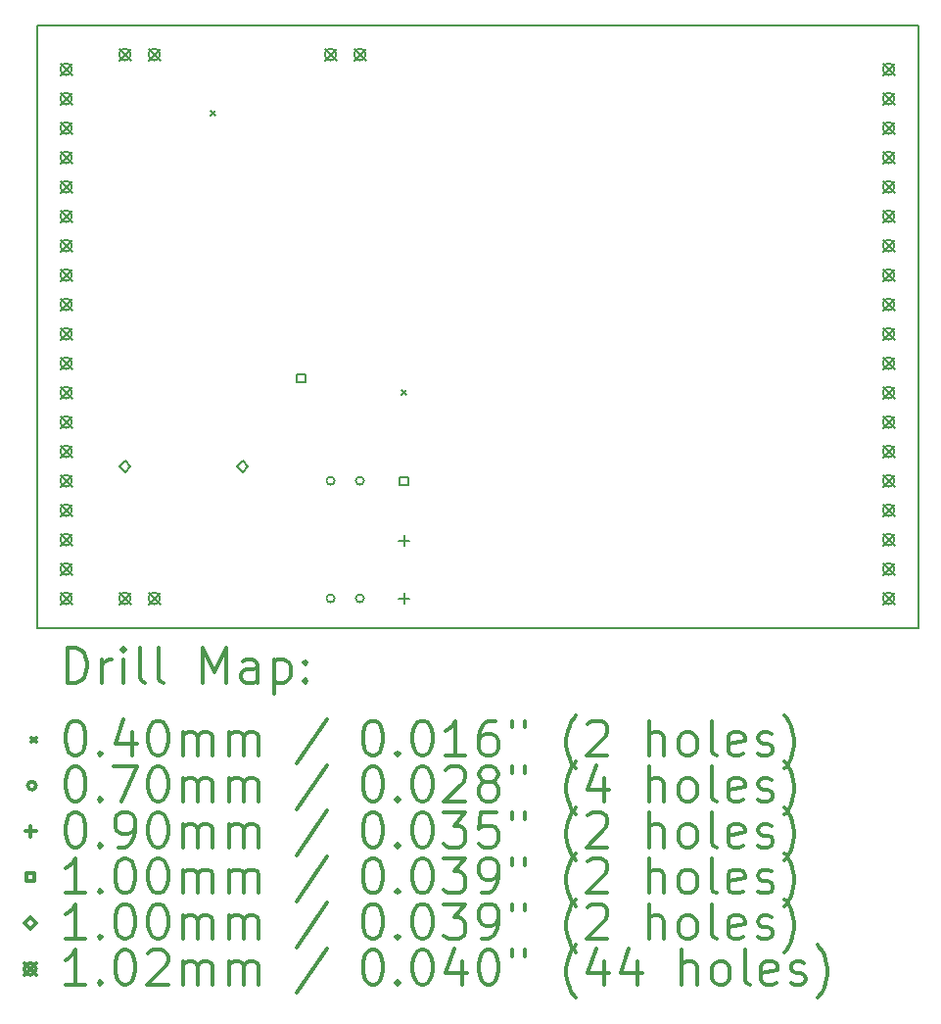
<source format=gbr>
%FSLAX45Y45*%
G04 Gerber Fmt 4.5, Leading zero omitted, Abs format (unit mm)*
G04 Created by KiCad (PCBNEW 4.0.3+e1-6302~38~ubuntu16.04.1-stable) date Thu Aug 25 12:40:16 2016*
%MOMM*%
%LPD*%
G01*
G04 APERTURE LIST*
%ADD10C,0.127000*%
%ADD11C,0.150000*%
%ADD12C,0.200000*%
%ADD13C,0.300000*%
G04 APERTURE END LIST*
D10*
D11*
X14732000Y-7493000D02*
X7112000Y-7493000D01*
X14732000Y-12700000D02*
X14732000Y-7493000D01*
X7112000Y-12700000D02*
X14732000Y-12700000D01*
X7112000Y-7493000D02*
X7112000Y-12700000D01*
D12*
X8616000Y-8235000D02*
X8656000Y-8275000D01*
X8656000Y-8235000D02*
X8616000Y-8275000D01*
X10267000Y-10648000D02*
X10307000Y-10688000D01*
X10307000Y-10648000D02*
X10267000Y-10688000D01*
X9687306Y-11430052D02*
G75*
G03X9687306Y-11430052I-35052J0D01*
G01*
X9687306Y-12446052D02*
G75*
G03X9687306Y-12446052I-35052J0D01*
G01*
X9940798Y-11429948D02*
G75*
G03X9940798Y-11429948I-35052J0D01*
G01*
X9940798Y-12445948D02*
G75*
G03X9940798Y-12445948I-35052J0D01*
G01*
X10287000Y-11901000D02*
X10287000Y-11991000D01*
X10242000Y-11946000D02*
X10332000Y-11946000D01*
X10287000Y-12401000D02*
X10287000Y-12491000D01*
X10242000Y-12446000D02*
X10332000Y-12446000D01*
X9433356Y-10576356D02*
X9433356Y-10505644D01*
X9362644Y-10505644D01*
X9362644Y-10576356D01*
X9433356Y-10576356D01*
X10322356Y-11465356D02*
X10322356Y-11394644D01*
X10251644Y-11394644D01*
X10251644Y-11465356D01*
X10322356Y-11465356D01*
X7874000Y-11353038D02*
X7924038Y-11303000D01*
X7874000Y-11252962D01*
X7823962Y-11303000D01*
X7874000Y-11353038D01*
X8890000Y-11353038D02*
X8940038Y-11303000D01*
X8890000Y-11252962D01*
X8839962Y-11303000D01*
X8890000Y-11353038D01*
X7315200Y-7823200D02*
X7416800Y-7924800D01*
X7416800Y-7823200D02*
X7315200Y-7924800D01*
X7416800Y-7874000D02*
G75*
G03X7416800Y-7874000I-50800J0D01*
G01*
X7315200Y-8077200D02*
X7416800Y-8178800D01*
X7416800Y-8077200D02*
X7315200Y-8178800D01*
X7416800Y-8128000D02*
G75*
G03X7416800Y-8128000I-50800J0D01*
G01*
X7315200Y-8331200D02*
X7416800Y-8432800D01*
X7416800Y-8331200D02*
X7315200Y-8432800D01*
X7416800Y-8382000D02*
G75*
G03X7416800Y-8382000I-50800J0D01*
G01*
X7315200Y-8585200D02*
X7416800Y-8686800D01*
X7416800Y-8585200D02*
X7315200Y-8686800D01*
X7416800Y-8636000D02*
G75*
G03X7416800Y-8636000I-50800J0D01*
G01*
X7315200Y-8839200D02*
X7416800Y-8940800D01*
X7416800Y-8839200D02*
X7315200Y-8940800D01*
X7416800Y-8890000D02*
G75*
G03X7416800Y-8890000I-50800J0D01*
G01*
X7315200Y-9093200D02*
X7416800Y-9194800D01*
X7416800Y-9093200D02*
X7315200Y-9194800D01*
X7416800Y-9144000D02*
G75*
G03X7416800Y-9144000I-50800J0D01*
G01*
X7315200Y-9347200D02*
X7416800Y-9448800D01*
X7416800Y-9347200D02*
X7315200Y-9448800D01*
X7416800Y-9398000D02*
G75*
G03X7416800Y-9398000I-50800J0D01*
G01*
X7315200Y-9601200D02*
X7416800Y-9702800D01*
X7416800Y-9601200D02*
X7315200Y-9702800D01*
X7416800Y-9652000D02*
G75*
G03X7416800Y-9652000I-50800J0D01*
G01*
X7315200Y-9855200D02*
X7416800Y-9956800D01*
X7416800Y-9855200D02*
X7315200Y-9956800D01*
X7416800Y-9906000D02*
G75*
G03X7416800Y-9906000I-50800J0D01*
G01*
X7315200Y-10109200D02*
X7416800Y-10210800D01*
X7416800Y-10109200D02*
X7315200Y-10210800D01*
X7416800Y-10160000D02*
G75*
G03X7416800Y-10160000I-50800J0D01*
G01*
X7315200Y-10363200D02*
X7416800Y-10464800D01*
X7416800Y-10363200D02*
X7315200Y-10464800D01*
X7416800Y-10414000D02*
G75*
G03X7416800Y-10414000I-50800J0D01*
G01*
X7315200Y-10617200D02*
X7416800Y-10718800D01*
X7416800Y-10617200D02*
X7315200Y-10718800D01*
X7416800Y-10668000D02*
G75*
G03X7416800Y-10668000I-50800J0D01*
G01*
X7315200Y-10871200D02*
X7416800Y-10972800D01*
X7416800Y-10871200D02*
X7315200Y-10972800D01*
X7416800Y-10922000D02*
G75*
G03X7416800Y-10922000I-50800J0D01*
G01*
X7315200Y-11125200D02*
X7416800Y-11226800D01*
X7416800Y-11125200D02*
X7315200Y-11226800D01*
X7416800Y-11176000D02*
G75*
G03X7416800Y-11176000I-50800J0D01*
G01*
X7315200Y-11379200D02*
X7416800Y-11480800D01*
X7416800Y-11379200D02*
X7315200Y-11480800D01*
X7416800Y-11430000D02*
G75*
G03X7416800Y-11430000I-50800J0D01*
G01*
X7315200Y-11633200D02*
X7416800Y-11734800D01*
X7416800Y-11633200D02*
X7315200Y-11734800D01*
X7416800Y-11684000D02*
G75*
G03X7416800Y-11684000I-50800J0D01*
G01*
X7315200Y-11887200D02*
X7416800Y-11988800D01*
X7416800Y-11887200D02*
X7315200Y-11988800D01*
X7416800Y-11938000D02*
G75*
G03X7416800Y-11938000I-50800J0D01*
G01*
X7315200Y-12141200D02*
X7416800Y-12242800D01*
X7416800Y-12141200D02*
X7315200Y-12242800D01*
X7416800Y-12192000D02*
G75*
G03X7416800Y-12192000I-50800J0D01*
G01*
X7315200Y-12395200D02*
X7416800Y-12496800D01*
X7416800Y-12395200D02*
X7315200Y-12496800D01*
X7416800Y-12446000D02*
G75*
G03X7416800Y-12446000I-50800J0D01*
G01*
X7823200Y-7696200D02*
X7924800Y-7797800D01*
X7924800Y-7696200D02*
X7823200Y-7797800D01*
X7924800Y-7747000D02*
G75*
G03X7924800Y-7747000I-50800J0D01*
G01*
X7823200Y-12395200D02*
X7924800Y-12496800D01*
X7924800Y-12395200D02*
X7823200Y-12496800D01*
X7924800Y-12446000D02*
G75*
G03X7924800Y-12446000I-50800J0D01*
G01*
X8077200Y-7696200D02*
X8178800Y-7797800D01*
X8178800Y-7696200D02*
X8077200Y-7797800D01*
X8178800Y-7747000D02*
G75*
G03X8178800Y-7747000I-50800J0D01*
G01*
X8077200Y-12395200D02*
X8178800Y-12496800D01*
X8178800Y-12395200D02*
X8077200Y-12496800D01*
X8178800Y-12446000D02*
G75*
G03X8178800Y-12446000I-50800J0D01*
G01*
X9601200Y-7696200D02*
X9702800Y-7797800D01*
X9702800Y-7696200D02*
X9601200Y-7797800D01*
X9702800Y-7747000D02*
G75*
G03X9702800Y-7747000I-50800J0D01*
G01*
X9855200Y-7696200D02*
X9956800Y-7797800D01*
X9956800Y-7696200D02*
X9855200Y-7797800D01*
X9956800Y-7747000D02*
G75*
G03X9956800Y-7747000I-50800J0D01*
G01*
X14427200Y-7823200D02*
X14528800Y-7924800D01*
X14528800Y-7823200D02*
X14427200Y-7924800D01*
X14528800Y-7874000D02*
G75*
G03X14528800Y-7874000I-50800J0D01*
G01*
X14427200Y-8077200D02*
X14528800Y-8178800D01*
X14528800Y-8077200D02*
X14427200Y-8178800D01*
X14528800Y-8128000D02*
G75*
G03X14528800Y-8128000I-50800J0D01*
G01*
X14427200Y-8331200D02*
X14528800Y-8432800D01*
X14528800Y-8331200D02*
X14427200Y-8432800D01*
X14528800Y-8382000D02*
G75*
G03X14528800Y-8382000I-50800J0D01*
G01*
X14427200Y-8585200D02*
X14528800Y-8686800D01*
X14528800Y-8585200D02*
X14427200Y-8686800D01*
X14528800Y-8636000D02*
G75*
G03X14528800Y-8636000I-50800J0D01*
G01*
X14427200Y-8839200D02*
X14528800Y-8940800D01*
X14528800Y-8839200D02*
X14427200Y-8940800D01*
X14528800Y-8890000D02*
G75*
G03X14528800Y-8890000I-50800J0D01*
G01*
X14427200Y-9093200D02*
X14528800Y-9194800D01*
X14528800Y-9093200D02*
X14427200Y-9194800D01*
X14528800Y-9144000D02*
G75*
G03X14528800Y-9144000I-50800J0D01*
G01*
X14427200Y-9347200D02*
X14528800Y-9448800D01*
X14528800Y-9347200D02*
X14427200Y-9448800D01*
X14528800Y-9398000D02*
G75*
G03X14528800Y-9398000I-50800J0D01*
G01*
X14427200Y-9601200D02*
X14528800Y-9702800D01*
X14528800Y-9601200D02*
X14427200Y-9702800D01*
X14528800Y-9652000D02*
G75*
G03X14528800Y-9652000I-50800J0D01*
G01*
X14427200Y-9855200D02*
X14528800Y-9956800D01*
X14528800Y-9855200D02*
X14427200Y-9956800D01*
X14528800Y-9906000D02*
G75*
G03X14528800Y-9906000I-50800J0D01*
G01*
X14427200Y-10109200D02*
X14528800Y-10210800D01*
X14528800Y-10109200D02*
X14427200Y-10210800D01*
X14528800Y-10160000D02*
G75*
G03X14528800Y-10160000I-50800J0D01*
G01*
X14427200Y-10363200D02*
X14528800Y-10464800D01*
X14528800Y-10363200D02*
X14427200Y-10464800D01*
X14528800Y-10414000D02*
G75*
G03X14528800Y-10414000I-50800J0D01*
G01*
X14427200Y-10617200D02*
X14528800Y-10718800D01*
X14528800Y-10617200D02*
X14427200Y-10718800D01*
X14528800Y-10668000D02*
G75*
G03X14528800Y-10668000I-50800J0D01*
G01*
X14427200Y-10871200D02*
X14528800Y-10972800D01*
X14528800Y-10871200D02*
X14427200Y-10972800D01*
X14528800Y-10922000D02*
G75*
G03X14528800Y-10922000I-50800J0D01*
G01*
X14427200Y-11125200D02*
X14528800Y-11226800D01*
X14528800Y-11125200D02*
X14427200Y-11226800D01*
X14528800Y-11176000D02*
G75*
G03X14528800Y-11176000I-50800J0D01*
G01*
X14427200Y-11379200D02*
X14528800Y-11480800D01*
X14528800Y-11379200D02*
X14427200Y-11480800D01*
X14528800Y-11430000D02*
G75*
G03X14528800Y-11430000I-50800J0D01*
G01*
X14427200Y-11633200D02*
X14528800Y-11734800D01*
X14528800Y-11633200D02*
X14427200Y-11734800D01*
X14528800Y-11684000D02*
G75*
G03X14528800Y-11684000I-50800J0D01*
G01*
X14427200Y-11887200D02*
X14528800Y-11988800D01*
X14528800Y-11887200D02*
X14427200Y-11988800D01*
X14528800Y-11938000D02*
G75*
G03X14528800Y-11938000I-50800J0D01*
G01*
X14427200Y-12141200D02*
X14528800Y-12242800D01*
X14528800Y-12141200D02*
X14427200Y-12242800D01*
X14528800Y-12192000D02*
G75*
G03X14528800Y-12192000I-50800J0D01*
G01*
X14427200Y-12395200D02*
X14528800Y-12496800D01*
X14528800Y-12395200D02*
X14427200Y-12496800D01*
X14528800Y-12446000D02*
G75*
G03X14528800Y-12446000I-50800J0D01*
G01*
D13*
X7375928Y-13173214D02*
X7375928Y-12873214D01*
X7447357Y-12873214D01*
X7490214Y-12887500D01*
X7518786Y-12916071D01*
X7533071Y-12944643D01*
X7547357Y-13001786D01*
X7547357Y-13044643D01*
X7533071Y-13101786D01*
X7518786Y-13130357D01*
X7490214Y-13158929D01*
X7447357Y-13173214D01*
X7375928Y-13173214D01*
X7675928Y-13173214D02*
X7675928Y-12973214D01*
X7675928Y-13030357D02*
X7690214Y-13001786D01*
X7704500Y-12987500D01*
X7733071Y-12973214D01*
X7761643Y-12973214D01*
X7861643Y-13173214D02*
X7861643Y-12973214D01*
X7861643Y-12873214D02*
X7847357Y-12887500D01*
X7861643Y-12901786D01*
X7875928Y-12887500D01*
X7861643Y-12873214D01*
X7861643Y-12901786D01*
X8047357Y-13173214D02*
X8018786Y-13158929D01*
X8004500Y-13130357D01*
X8004500Y-12873214D01*
X8204500Y-13173214D02*
X8175928Y-13158929D01*
X8161643Y-13130357D01*
X8161643Y-12873214D01*
X8547357Y-13173214D02*
X8547357Y-12873214D01*
X8647357Y-13087500D01*
X8747357Y-12873214D01*
X8747357Y-13173214D01*
X9018786Y-13173214D02*
X9018786Y-13016071D01*
X9004500Y-12987500D01*
X8975929Y-12973214D01*
X8918786Y-12973214D01*
X8890214Y-12987500D01*
X9018786Y-13158929D02*
X8990214Y-13173214D01*
X8918786Y-13173214D01*
X8890214Y-13158929D01*
X8875929Y-13130357D01*
X8875929Y-13101786D01*
X8890214Y-13073214D01*
X8918786Y-13058929D01*
X8990214Y-13058929D01*
X9018786Y-13044643D01*
X9161643Y-12973214D02*
X9161643Y-13273214D01*
X9161643Y-12987500D02*
X9190214Y-12973214D01*
X9247357Y-12973214D01*
X9275929Y-12987500D01*
X9290214Y-13001786D01*
X9304500Y-13030357D01*
X9304500Y-13116071D01*
X9290214Y-13144643D01*
X9275929Y-13158929D01*
X9247357Y-13173214D01*
X9190214Y-13173214D01*
X9161643Y-13158929D01*
X9433071Y-13144643D02*
X9447357Y-13158929D01*
X9433071Y-13173214D01*
X9418786Y-13158929D01*
X9433071Y-13144643D01*
X9433071Y-13173214D01*
X9433071Y-12987500D02*
X9447357Y-13001786D01*
X9433071Y-13016071D01*
X9418786Y-13001786D01*
X9433071Y-12987500D01*
X9433071Y-13016071D01*
X7064500Y-13647500D02*
X7104500Y-13687500D01*
X7104500Y-13647500D02*
X7064500Y-13687500D01*
X7433071Y-13503214D02*
X7461643Y-13503214D01*
X7490214Y-13517500D01*
X7504500Y-13531786D01*
X7518786Y-13560357D01*
X7533071Y-13617500D01*
X7533071Y-13688929D01*
X7518786Y-13746071D01*
X7504500Y-13774643D01*
X7490214Y-13788929D01*
X7461643Y-13803214D01*
X7433071Y-13803214D01*
X7404500Y-13788929D01*
X7390214Y-13774643D01*
X7375928Y-13746071D01*
X7361643Y-13688929D01*
X7361643Y-13617500D01*
X7375928Y-13560357D01*
X7390214Y-13531786D01*
X7404500Y-13517500D01*
X7433071Y-13503214D01*
X7661643Y-13774643D02*
X7675928Y-13788929D01*
X7661643Y-13803214D01*
X7647357Y-13788929D01*
X7661643Y-13774643D01*
X7661643Y-13803214D01*
X7933071Y-13603214D02*
X7933071Y-13803214D01*
X7861643Y-13488929D02*
X7790214Y-13703214D01*
X7975928Y-13703214D01*
X8147357Y-13503214D02*
X8175928Y-13503214D01*
X8204500Y-13517500D01*
X8218786Y-13531786D01*
X8233071Y-13560357D01*
X8247357Y-13617500D01*
X8247357Y-13688929D01*
X8233071Y-13746071D01*
X8218786Y-13774643D01*
X8204500Y-13788929D01*
X8175928Y-13803214D01*
X8147357Y-13803214D01*
X8118786Y-13788929D01*
X8104500Y-13774643D01*
X8090214Y-13746071D01*
X8075928Y-13688929D01*
X8075928Y-13617500D01*
X8090214Y-13560357D01*
X8104500Y-13531786D01*
X8118786Y-13517500D01*
X8147357Y-13503214D01*
X8375928Y-13803214D02*
X8375928Y-13603214D01*
X8375928Y-13631786D02*
X8390214Y-13617500D01*
X8418786Y-13603214D01*
X8461643Y-13603214D01*
X8490214Y-13617500D01*
X8504500Y-13646071D01*
X8504500Y-13803214D01*
X8504500Y-13646071D02*
X8518786Y-13617500D01*
X8547357Y-13603214D01*
X8590214Y-13603214D01*
X8618786Y-13617500D01*
X8633071Y-13646071D01*
X8633071Y-13803214D01*
X8775929Y-13803214D02*
X8775929Y-13603214D01*
X8775929Y-13631786D02*
X8790214Y-13617500D01*
X8818786Y-13603214D01*
X8861643Y-13603214D01*
X8890214Y-13617500D01*
X8904500Y-13646071D01*
X8904500Y-13803214D01*
X8904500Y-13646071D02*
X8918786Y-13617500D01*
X8947357Y-13603214D01*
X8990214Y-13603214D01*
X9018786Y-13617500D01*
X9033071Y-13646071D01*
X9033071Y-13803214D01*
X9618786Y-13488929D02*
X9361643Y-13874643D01*
X10004500Y-13503214D02*
X10033071Y-13503214D01*
X10061643Y-13517500D01*
X10075928Y-13531786D01*
X10090214Y-13560357D01*
X10104500Y-13617500D01*
X10104500Y-13688929D01*
X10090214Y-13746071D01*
X10075928Y-13774643D01*
X10061643Y-13788929D01*
X10033071Y-13803214D01*
X10004500Y-13803214D01*
X9975928Y-13788929D01*
X9961643Y-13774643D01*
X9947357Y-13746071D01*
X9933071Y-13688929D01*
X9933071Y-13617500D01*
X9947357Y-13560357D01*
X9961643Y-13531786D01*
X9975928Y-13517500D01*
X10004500Y-13503214D01*
X10233071Y-13774643D02*
X10247357Y-13788929D01*
X10233071Y-13803214D01*
X10218786Y-13788929D01*
X10233071Y-13774643D01*
X10233071Y-13803214D01*
X10433071Y-13503214D02*
X10461643Y-13503214D01*
X10490214Y-13517500D01*
X10504500Y-13531786D01*
X10518786Y-13560357D01*
X10533071Y-13617500D01*
X10533071Y-13688929D01*
X10518786Y-13746071D01*
X10504500Y-13774643D01*
X10490214Y-13788929D01*
X10461643Y-13803214D01*
X10433071Y-13803214D01*
X10404500Y-13788929D01*
X10390214Y-13774643D01*
X10375928Y-13746071D01*
X10361643Y-13688929D01*
X10361643Y-13617500D01*
X10375928Y-13560357D01*
X10390214Y-13531786D01*
X10404500Y-13517500D01*
X10433071Y-13503214D01*
X10818786Y-13803214D02*
X10647357Y-13803214D01*
X10733071Y-13803214D02*
X10733071Y-13503214D01*
X10704500Y-13546071D01*
X10675928Y-13574643D01*
X10647357Y-13588929D01*
X11075928Y-13503214D02*
X11018786Y-13503214D01*
X10990214Y-13517500D01*
X10975928Y-13531786D01*
X10947357Y-13574643D01*
X10933071Y-13631786D01*
X10933071Y-13746071D01*
X10947357Y-13774643D01*
X10961643Y-13788929D01*
X10990214Y-13803214D01*
X11047357Y-13803214D01*
X11075928Y-13788929D01*
X11090214Y-13774643D01*
X11104500Y-13746071D01*
X11104500Y-13674643D01*
X11090214Y-13646071D01*
X11075928Y-13631786D01*
X11047357Y-13617500D01*
X10990214Y-13617500D01*
X10961643Y-13631786D01*
X10947357Y-13646071D01*
X10933071Y-13674643D01*
X11218786Y-13503214D02*
X11218786Y-13560357D01*
X11333071Y-13503214D02*
X11333071Y-13560357D01*
X11775928Y-13917500D02*
X11761643Y-13903214D01*
X11733071Y-13860357D01*
X11718785Y-13831786D01*
X11704500Y-13788929D01*
X11690214Y-13717500D01*
X11690214Y-13660357D01*
X11704500Y-13588929D01*
X11718785Y-13546071D01*
X11733071Y-13517500D01*
X11761643Y-13474643D01*
X11775928Y-13460357D01*
X11875928Y-13531786D02*
X11890214Y-13517500D01*
X11918785Y-13503214D01*
X11990214Y-13503214D01*
X12018785Y-13517500D01*
X12033071Y-13531786D01*
X12047357Y-13560357D01*
X12047357Y-13588929D01*
X12033071Y-13631786D01*
X11861643Y-13803214D01*
X12047357Y-13803214D01*
X12404500Y-13803214D02*
X12404500Y-13503214D01*
X12533071Y-13803214D02*
X12533071Y-13646071D01*
X12518785Y-13617500D01*
X12490214Y-13603214D01*
X12447357Y-13603214D01*
X12418785Y-13617500D01*
X12404500Y-13631786D01*
X12718785Y-13803214D02*
X12690214Y-13788929D01*
X12675928Y-13774643D01*
X12661643Y-13746071D01*
X12661643Y-13660357D01*
X12675928Y-13631786D01*
X12690214Y-13617500D01*
X12718785Y-13603214D01*
X12761643Y-13603214D01*
X12790214Y-13617500D01*
X12804500Y-13631786D01*
X12818785Y-13660357D01*
X12818785Y-13746071D01*
X12804500Y-13774643D01*
X12790214Y-13788929D01*
X12761643Y-13803214D01*
X12718785Y-13803214D01*
X12990214Y-13803214D02*
X12961643Y-13788929D01*
X12947357Y-13760357D01*
X12947357Y-13503214D01*
X13218786Y-13788929D02*
X13190214Y-13803214D01*
X13133071Y-13803214D01*
X13104500Y-13788929D01*
X13090214Y-13760357D01*
X13090214Y-13646071D01*
X13104500Y-13617500D01*
X13133071Y-13603214D01*
X13190214Y-13603214D01*
X13218786Y-13617500D01*
X13233071Y-13646071D01*
X13233071Y-13674643D01*
X13090214Y-13703214D01*
X13347357Y-13788929D02*
X13375928Y-13803214D01*
X13433071Y-13803214D01*
X13461643Y-13788929D01*
X13475928Y-13760357D01*
X13475928Y-13746071D01*
X13461643Y-13717500D01*
X13433071Y-13703214D01*
X13390214Y-13703214D01*
X13361643Y-13688929D01*
X13347357Y-13660357D01*
X13347357Y-13646071D01*
X13361643Y-13617500D01*
X13390214Y-13603214D01*
X13433071Y-13603214D01*
X13461643Y-13617500D01*
X13575928Y-13917500D02*
X13590214Y-13903214D01*
X13618786Y-13860357D01*
X13633071Y-13831786D01*
X13647357Y-13788929D01*
X13661643Y-13717500D01*
X13661643Y-13660357D01*
X13647357Y-13588929D01*
X13633071Y-13546071D01*
X13618786Y-13517500D01*
X13590214Y-13474643D01*
X13575928Y-13460357D01*
X7104500Y-14063500D02*
G75*
G03X7104500Y-14063500I-35052J0D01*
G01*
X7433071Y-13899214D02*
X7461643Y-13899214D01*
X7490214Y-13913500D01*
X7504500Y-13927786D01*
X7518786Y-13956357D01*
X7533071Y-14013500D01*
X7533071Y-14084929D01*
X7518786Y-14142071D01*
X7504500Y-14170643D01*
X7490214Y-14184929D01*
X7461643Y-14199214D01*
X7433071Y-14199214D01*
X7404500Y-14184929D01*
X7390214Y-14170643D01*
X7375928Y-14142071D01*
X7361643Y-14084929D01*
X7361643Y-14013500D01*
X7375928Y-13956357D01*
X7390214Y-13927786D01*
X7404500Y-13913500D01*
X7433071Y-13899214D01*
X7661643Y-14170643D02*
X7675928Y-14184929D01*
X7661643Y-14199214D01*
X7647357Y-14184929D01*
X7661643Y-14170643D01*
X7661643Y-14199214D01*
X7775928Y-13899214D02*
X7975928Y-13899214D01*
X7847357Y-14199214D01*
X8147357Y-13899214D02*
X8175928Y-13899214D01*
X8204500Y-13913500D01*
X8218786Y-13927786D01*
X8233071Y-13956357D01*
X8247357Y-14013500D01*
X8247357Y-14084929D01*
X8233071Y-14142071D01*
X8218786Y-14170643D01*
X8204500Y-14184929D01*
X8175928Y-14199214D01*
X8147357Y-14199214D01*
X8118786Y-14184929D01*
X8104500Y-14170643D01*
X8090214Y-14142071D01*
X8075928Y-14084929D01*
X8075928Y-14013500D01*
X8090214Y-13956357D01*
X8104500Y-13927786D01*
X8118786Y-13913500D01*
X8147357Y-13899214D01*
X8375928Y-14199214D02*
X8375928Y-13999214D01*
X8375928Y-14027786D02*
X8390214Y-14013500D01*
X8418786Y-13999214D01*
X8461643Y-13999214D01*
X8490214Y-14013500D01*
X8504500Y-14042071D01*
X8504500Y-14199214D01*
X8504500Y-14042071D02*
X8518786Y-14013500D01*
X8547357Y-13999214D01*
X8590214Y-13999214D01*
X8618786Y-14013500D01*
X8633071Y-14042071D01*
X8633071Y-14199214D01*
X8775929Y-14199214D02*
X8775929Y-13999214D01*
X8775929Y-14027786D02*
X8790214Y-14013500D01*
X8818786Y-13999214D01*
X8861643Y-13999214D01*
X8890214Y-14013500D01*
X8904500Y-14042071D01*
X8904500Y-14199214D01*
X8904500Y-14042071D02*
X8918786Y-14013500D01*
X8947357Y-13999214D01*
X8990214Y-13999214D01*
X9018786Y-14013500D01*
X9033071Y-14042071D01*
X9033071Y-14199214D01*
X9618786Y-13884929D02*
X9361643Y-14270643D01*
X10004500Y-13899214D02*
X10033071Y-13899214D01*
X10061643Y-13913500D01*
X10075928Y-13927786D01*
X10090214Y-13956357D01*
X10104500Y-14013500D01*
X10104500Y-14084929D01*
X10090214Y-14142071D01*
X10075928Y-14170643D01*
X10061643Y-14184929D01*
X10033071Y-14199214D01*
X10004500Y-14199214D01*
X9975928Y-14184929D01*
X9961643Y-14170643D01*
X9947357Y-14142071D01*
X9933071Y-14084929D01*
X9933071Y-14013500D01*
X9947357Y-13956357D01*
X9961643Y-13927786D01*
X9975928Y-13913500D01*
X10004500Y-13899214D01*
X10233071Y-14170643D02*
X10247357Y-14184929D01*
X10233071Y-14199214D01*
X10218786Y-14184929D01*
X10233071Y-14170643D01*
X10233071Y-14199214D01*
X10433071Y-13899214D02*
X10461643Y-13899214D01*
X10490214Y-13913500D01*
X10504500Y-13927786D01*
X10518786Y-13956357D01*
X10533071Y-14013500D01*
X10533071Y-14084929D01*
X10518786Y-14142071D01*
X10504500Y-14170643D01*
X10490214Y-14184929D01*
X10461643Y-14199214D01*
X10433071Y-14199214D01*
X10404500Y-14184929D01*
X10390214Y-14170643D01*
X10375928Y-14142071D01*
X10361643Y-14084929D01*
X10361643Y-14013500D01*
X10375928Y-13956357D01*
X10390214Y-13927786D01*
X10404500Y-13913500D01*
X10433071Y-13899214D01*
X10647357Y-13927786D02*
X10661643Y-13913500D01*
X10690214Y-13899214D01*
X10761643Y-13899214D01*
X10790214Y-13913500D01*
X10804500Y-13927786D01*
X10818786Y-13956357D01*
X10818786Y-13984929D01*
X10804500Y-14027786D01*
X10633071Y-14199214D01*
X10818786Y-14199214D01*
X10990214Y-14027786D02*
X10961643Y-14013500D01*
X10947357Y-13999214D01*
X10933071Y-13970643D01*
X10933071Y-13956357D01*
X10947357Y-13927786D01*
X10961643Y-13913500D01*
X10990214Y-13899214D01*
X11047357Y-13899214D01*
X11075928Y-13913500D01*
X11090214Y-13927786D01*
X11104500Y-13956357D01*
X11104500Y-13970643D01*
X11090214Y-13999214D01*
X11075928Y-14013500D01*
X11047357Y-14027786D01*
X10990214Y-14027786D01*
X10961643Y-14042071D01*
X10947357Y-14056357D01*
X10933071Y-14084929D01*
X10933071Y-14142071D01*
X10947357Y-14170643D01*
X10961643Y-14184929D01*
X10990214Y-14199214D01*
X11047357Y-14199214D01*
X11075928Y-14184929D01*
X11090214Y-14170643D01*
X11104500Y-14142071D01*
X11104500Y-14084929D01*
X11090214Y-14056357D01*
X11075928Y-14042071D01*
X11047357Y-14027786D01*
X11218786Y-13899214D02*
X11218786Y-13956357D01*
X11333071Y-13899214D02*
X11333071Y-13956357D01*
X11775928Y-14313500D02*
X11761643Y-14299214D01*
X11733071Y-14256357D01*
X11718785Y-14227786D01*
X11704500Y-14184929D01*
X11690214Y-14113500D01*
X11690214Y-14056357D01*
X11704500Y-13984929D01*
X11718785Y-13942071D01*
X11733071Y-13913500D01*
X11761643Y-13870643D01*
X11775928Y-13856357D01*
X12018785Y-13999214D02*
X12018785Y-14199214D01*
X11947357Y-13884929D02*
X11875928Y-14099214D01*
X12061643Y-14099214D01*
X12404500Y-14199214D02*
X12404500Y-13899214D01*
X12533071Y-14199214D02*
X12533071Y-14042071D01*
X12518785Y-14013500D01*
X12490214Y-13999214D01*
X12447357Y-13999214D01*
X12418785Y-14013500D01*
X12404500Y-14027786D01*
X12718785Y-14199214D02*
X12690214Y-14184929D01*
X12675928Y-14170643D01*
X12661643Y-14142071D01*
X12661643Y-14056357D01*
X12675928Y-14027786D01*
X12690214Y-14013500D01*
X12718785Y-13999214D01*
X12761643Y-13999214D01*
X12790214Y-14013500D01*
X12804500Y-14027786D01*
X12818785Y-14056357D01*
X12818785Y-14142071D01*
X12804500Y-14170643D01*
X12790214Y-14184929D01*
X12761643Y-14199214D01*
X12718785Y-14199214D01*
X12990214Y-14199214D02*
X12961643Y-14184929D01*
X12947357Y-14156357D01*
X12947357Y-13899214D01*
X13218786Y-14184929D02*
X13190214Y-14199214D01*
X13133071Y-14199214D01*
X13104500Y-14184929D01*
X13090214Y-14156357D01*
X13090214Y-14042071D01*
X13104500Y-14013500D01*
X13133071Y-13999214D01*
X13190214Y-13999214D01*
X13218786Y-14013500D01*
X13233071Y-14042071D01*
X13233071Y-14070643D01*
X13090214Y-14099214D01*
X13347357Y-14184929D02*
X13375928Y-14199214D01*
X13433071Y-14199214D01*
X13461643Y-14184929D01*
X13475928Y-14156357D01*
X13475928Y-14142071D01*
X13461643Y-14113500D01*
X13433071Y-14099214D01*
X13390214Y-14099214D01*
X13361643Y-14084929D01*
X13347357Y-14056357D01*
X13347357Y-14042071D01*
X13361643Y-14013500D01*
X13390214Y-13999214D01*
X13433071Y-13999214D01*
X13461643Y-14013500D01*
X13575928Y-14313500D02*
X13590214Y-14299214D01*
X13618786Y-14256357D01*
X13633071Y-14227786D01*
X13647357Y-14184929D01*
X13661643Y-14113500D01*
X13661643Y-14056357D01*
X13647357Y-13984929D01*
X13633071Y-13942071D01*
X13618786Y-13913500D01*
X13590214Y-13870643D01*
X13575928Y-13856357D01*
X7059500Y-14414500D02*
X7059500Y-14504500D01*
X7014500Y-14459500D02*
X7104500Y-14459500D01*
X7433071Y-14295214D02*
X7461643Y-14295214D01*
X7490214Y-14309500D01*
X7504500Y-14323786D01*
X7518786Y-14352357D01*
X7533071Y-14409500D01*
X7533071Y-14480929D01*
X7518786Y-14538071D01*
X7504500Y-14566643D01*
X7490214Y-14580929D01*
X7461643Y-14595214D01*
X7433071Y-14595214D01*
X7404500Y-14580929D01*
X7390214Y-14566643D01*
X7375928Y-14538071D01*
X7361643Y-14480929D01*
X7361643Y-14409500D01*
X7375928Y-14352357D01*
X7390214Y-14323786D01*
X7404500Y-14309500D01*
X7433071Y-14295214D01*
X7661643Y-14566643D02*
X7675928Y-14580929D01*
X7661643Y-14595214D01*
X7647357Y-14580929D01*
X7661643Y-14566643D01*
X7661643Y-14595214D01*
X7818786Y-14595214D02*
X7875928Y-14595214D01*
X7904500Y-14580929D01*
X7918786Y-14566643D01*
X7947357Y-14523786D01*
X7961643Y-14466643D01*
X7961643Y-14352357D01*
X7947357Y-14323786D01*
X7933071Y-14309500D01*
X7904500Y-14295214D01*
X7847357Y-14295214D01*
X7818786Y-14309500D01*
X7804500Y-14323786D01*
X7790214Y-14352357D01*
X7790214Y-14423786D01*
X7804500Y-14452357D01*
X7818786Y-14466643D01*
X7847357Y-14480929D01*
X7904500Y-14480929D01*
X7933071Y-14466643D01*
X7947357Y-14452357D01*
X7961643Y-14423786D01*
X8147357Y-14295214D02*
X8175928Y-14295214D01*
X8204500Y-14309500D01*
X8218786Y-14323786D01*
X8233071Y-14352357D01*
X8247357Y-14409500D01*
X8247357Y-14480929D01*
X8233071Y-14538071D01*
X8218786Y-14566643D01*
X8204500Y-14580929D01*
X8175928Y-14595214D01*
X8147357Y-14595214D01*
X8118786Y-14580929D01*
X8104500Y-14566643D01*
X8090214Y-14538071D01*
X8075928Y-14480929D01*
X8075928Y-14409500D01*
X8090214Y-14352357D01*
X8104500Y-14323786D01*
X8118786Y-14309500D01*
X8147357Y-14295214D01*
X8375928Y-14595214D02*
X8375928Y-14395214D01*
X8375928Y-14423786D02*
X8390214Y-14409500D01*
X8418786Y-14395214D01*
X8461643Y-14395214D01*
X8490214Y-14409500D01*
X8504500Y-14438071D01*
X8504500Y-14595214D01*
X8504500Y-14438071D02*
X8518786Y-14409500D01*
X8547357Y-14395214D01*
X8590214Y-14395214D01*
X8618786Y-14409500D01*
X8633071Y-14438071D01*
X8633071Y-14595214D01*
X8775929Y-14595214D02*
X8775929Y-14395214D01*
X8775929Y-14423786D02*
X8790214Y-14409500D01*
X8818786Y-14395214D01*
X8861643Y-14395214D01*
X8890214Y-14409500D01*
X8904500Y-14438071D01*
X8904500Y-14595214D01*
X8904500Y-14438071D02*
X8918786Y-14409500D01*
X8947357Y-14395214D01*
X8990214Y-14395214D01*
X9018786Y-14409500D01*
X9033071Y-14438071D01*
X9033071Y-14595214D01*
X9618786Y-14280929D02*
X9361643Y-14666643D01*
X10004500Y-14295214D02*
X10033071Y-14295214D01*
X10061643Y-14309500D01*
X10075928Y-14323786D01*
X10090214Y-14352357D01*
X10104500Y-14409500D01*
X10104500Y-14480929D01*
X10090214Y-14538071D01*
X10075928Y-14566643D01*
X10061643Y-14580929D01*
X10033071Y-14595214D01*
X10004500Y-14595214D01*
X9975928Y-14580929D01*
X9961643Y-14566643D01*
X9947357Y-14538071D01*
X9933071Y-14480929D01*
X9933071Y-14409500D01*
X9947357Y-14352357D01*
X9961643Y-14323786D01*
X9975928Y-14309500D01*
X10004500Y-14295214D01*
X10233071Y-14566643D02*
X10247357Y-14580929D01*
X10233071Y-14595214D01*
X10218786Y-14580929D01*
X10233071Y-14566643D01*
X10233071Y-14595214D01*
X10433071Y-14295214D02*
X10461643Y-14295214D01*
X10490214Y-14309500D01*
X10504500Y-14323786D01*
X10518786Y-14352357D01*
X10533071Y-14409500D01*
X10533071Y-14480929D01*
X10518786Y-14538071D01*
X10504500Y-14566643D01*
X10490214Y-14580929D01*
X10461643Y-14595214D01*
X10433071Y-14595214D01*
X10404500Y-14580929D01*
X10390214Y-14566643D01*
X10375928Y-14538071D01*
X10361643Y-14480929D01*
X10361643Y-14409500D01*
X10375928Y-14352357D01*
X10390214Y-14323786D01*
X10404500Y-14309500D01*
X10433071Y-14295214D01*
X10633071Y-14295214D02*
X10818786Y-14295214D01*
X10718786Y-14409500D01*
X10761643Y-14409500D01*
X10790214Y-14423786D01*
X10804500Y-14438071D01*
X10818786Y-14466643D01*
X10818786Y-14538071D01*
X10804500Y-14566643D01*
X10790214Y-14580929D01*
X10761643Y-14595214D01*
X10675928Y-14595214D01*
X10647357Y-14580929D01*
X10633071Y-14566643D01*
X11090214Y-14295214D02*
X10947357Y-14295214D01*
X10933071Y-14438071D01*
X10947357Y-14423786D01*
X10975928Y-14409500D01*
X11047357Y-14409500D01*
X11075928Y-14423786D01*
X11090214Y-14438071D01*
X11104500Y-14466643D01*
X11104500Y-14538071D01*
X11090214Y-14566643D01*
X11075928Y-14580929D01*
X11047357Y-14595214D01*
X10975928Y-14595214D01*
X10947357Y-14580929D01*
X10933071Y-14566643D01*
X11218786Y-14295214D02*
X11218786Y-14352357D01*
X11333071Y-14295214D02*
X11333071Y-14352357D01*
X11775928Y-14709500D02*
X11761643Y-14695214D01*
X11733071Y-14652357D01*
X11718785Y-14623786D01*
X11704500Y-14580929D01*
X11690214Y-14509500D01*
X11690214Y-14452357D01*
X11704500Y-14380929D01*
X11718785Y-14338071D01*
X11733071Y-14309500D01*
X11761643Y-14266643D01*
X11775928Y-14252357D01*
X11875928Y-14323786D02*
X11890214Y-14309500D01*
X11918785Y-14295214D01*
X11990214Y-14295214D01*
X12018785Y-14309500D01*
X12033071Y-14323786D01*
X12047357Y-14352357D01*
X12047357Y-14380929D01*
X12033071Y-14423786D01*
X11861643Y-14595214D01*
X12047357Y-14595214D01*
X12404500Y-14595214D02*
X12404500Y-14295214D01*
X12533071Y-14595214D02*
X12533071Y-14438071D01*
X12518785Y-14409500D01*
X12490214Y-14395214D01*
X12447357Y-14395214D01*
X12418785Y-14409500D01*
X12404500Y-14423786D01*
X12718785Y-14595214D02*
X12690214Y-14580929D01*
X12675928Y-14566643D01*
X12661643Y-14538071D01*
X12661643Y-14452357D01*
X12675928Y-14423786D01*
X12690214Y-14409500D01*
X12718785Y-14395214D01*
X12761643Y-14395214D01*
X12790214Y-14409500D01*
X12804500Y-14423786D01*
X12818785Y-14452357D01*
X12818785Y-14538071D01*
X12804500Y-14566643D01*
X12790214Y-14580929D01*
X12761643Y-14595214D01*
X12718785Y-14595214D01*
X12990214Y-14595214D02*
X12961643Y-14580929D01*
X12947357Y-14552357D01*
X12947357Y-14295214D01*
X13218786Y-14580929D02*
X13190214Y-14595214D01*
X13133071Y-14595214D01*
X13104500Y-14580929D01*
X13090214Y-14552357D01*
X13090214Y-14438071D01*
X13104500Y-14409500D01*
X13133071Y-14395214D01*
X13190214Y-14395214D01*
X13218786Y-14409500D01*
X13233071Y-14438071D01*
X13233071Y-14466643D01*
X13090214Y-14495214D01*
X13347357Y-14580929D02*
X13375928Y-14595214D01*
X13433071Y-14595214D01*
X13461643Y-14580929D01*
X13475928Y-14552357D01*
X13475928Y-14538071D01*
X13461643Y-14509500D01*
X13433071Y-14495214D01*
X13390214Y-14495214D01*
X13361643Y-14480929D01*
X13347357Y-14452357D01*
X13347357Y-14438071D01*
X13361643Y-14409500D01*
X13390214Y-14395214D01*
X13433071Y-14395214D01*
X13461643Y-14409500D01*
X13575928Y-14709500D02*
X13590214Y-14695214D01*
X13618786Y-14652357D01*
X13633071Y-14623786D01*
X13647357Y-14580929D01*
X13661643Y-14509500D01*
X13661643Y-14452357D01*
X13647357Y-14380929D01*
X13633071Y-14338071D01*
X13618786Y-14309500D01*
X13590214Y-14266643D01*
X13575928Y-14252357D01*
X7089856Y-14890856D02*
X7089856Y-14820144D01*
X7019144Y-14820144D01*
X7019144Y-14890856D01*
X7089856Y-14890856D01*
X7533071Y-14991214D02*
X7361643Y-14991214D01*
X7447357Y-14991214D02*
X7447357Y-14691214D01*
X7418786Y-14734071D01*
X7390214Y-14762643D01*
X7361643Y-14776929D01*
X7661643Y-14962643D02*
X7675928Y-14976929D01*
X7661643Y-14991214D01*
X7647357Y-14976929D01*
X7661643Y-14962643D01*
X7661643Y-14991214D01*
X7861643Y-14691214D02*
X7890214Y-14691214D01*
X7918786Y-14705500D01*
X7933071Y-14719786D01*
X7947357Y-14748357D01*
X7961643Y-14805500D01*
X7961643Y-14876929D01*
X7947357Y-14934071D01*
X7933071Y-14962643D01*
X7918786Y-14976929D01*
X7890214Y-14991214D01*
X7861643Y-14991214D01*
X7833071Y-14976929D01*
X7818786Y-14962643D01*
X7804500Y-14934071D01*
X7790214Y-14876929D01*
X7790214Y-14805500D01*
X7804500Y-14748357D01*
X7818786Y-14719786D01*
X7833071Y-14705500D01*
X7861643Y-14691214D01*
X8147357Y-14691214D02*
X8175928Y-14691214D01*
X8204500Y-14705500D01*
X8218786Y-14719786D01*
X8233071Y-14748357D01*
X8247357Y-14805500D01*
X8247357Y-14876929D01*
X8233071Y-14934071D01*
X8218786Y-14962643D01*
X8204500Y-14976929D01*
X8175928Y-14991214D01*
X8147357Y-14991214D01*
X8118786Y-14976929D01*
X8104500Y-14962643D01*
X8090214Y-14934071D01*
X8075928Y-14876929D01*
X8075928Y-14805500D01*
X8090214Y-14748357D01*
X8104500Y-14719786D01*
X8118786Y-14705500D01*
X8147357Y-14691214D01*
X8375928Y-14991214D02*
X8375928Y-14791214D01*
X8375928Y-14819786D02*
X8390214Y-14805500D01*
X8418786Y-14791214D01*
X8461643Y-14791214D01*
X8490214Y-14805500D01*
X8504500Y-14834071D01*
X8504500Y-14991214D01*
X8504500Y-14834071D02*
X8518786Y-14805500D01*
X8547357Y-14791214D01*
X8590214Y-14791214D01*
X8618786Y-14805500D01*
X8633071Y-14834071D01*
X8633071Y-14991214D01*
X8775929Y-14991214D02*
X8775929Y-14791214D01*
X8775929Y-14819786D02*
X8790214Y-14805500D01*
X8818786Y-14791214D01*
X8861643Y-14791214D01*
X8890214Y-14805500D01*
X8904500Y-14834071D01*
X8904500Y-14991214D01*
X8904500Y-14834071D02*
X8918786Y-14805500D01*
X8947357Y-14791214D01*
X8990214Y-14791214D01*
X9018786Y-14805500D01*
X9033071Y-14834071D01*
X9033071Y-14991214D01*
X9618786Y-14676929D02*
X9361643Y-15062643D01*
X10004500Y-14691214D02*
X10033071Y-14691214D01*
X10061643Y-14705500D01*
X10075928Y-14719786D01*
X10090214Y-14748357D01*
X10104500Y-14805500D01*
X10104500Y-14876929D01*
X10090214Y-14934071D01*
X10075928Y-14962643D01*
X10061643Y-14976929D01*
X10033071Y-14991214D01*
X10004500Y-14991214D01*
X9975928Y-14976929D01*
X9961643Y-14962643D01*
X9947357Y-14934071D01*
X9933071Y-14876929D01*
X9933071Y-14805500D01*
X9947357Y-14748357D01*
X9961643Y-14719786D01*
X9975928Y-14705500D01*
X10004500Y-14691214D01*
X10233071Y-14962643D02*
X10247357Y-14976929D01*
X10233071Y-14991214D01*
X10218786Y-14976929D01*
X10233071Y-14962643D01*
X10233071Y-14991214D01*
X10433071Y-14691214D02*
X10461643Y-14691214D01*
X10490214Y-14705500D01*
X10504500Y-14719786D01*
X10518786Y-14748357D01*
X10533071Y-14805500D01*
X10533071Y-14876929D01*
X10518786Y-14934071D01*
X10504500Y-14962643D01*
X10490214Y-14976929D01*
X10461643Y-14991214D01*
X10433071Y-14991214D01*
X10404500Y-14976929D01*
X10390214Y-14962643D01*
X10375928Y-14934071D01*
X10361643Y-14876929D01*
X10361643Y-14805500D01*
X10375928Y-14748357D01*
X10390214Y-14719786D01*
X10404500Y-14705500D01*
X10433071Y-14691214D01*
X10633071Y-14691214D02*
X10818786Y-14691214D01*
X10718786Y-14805500D01*
X10761643Y-14805500D01*
X10790214Y-14819786D01*
X10804500Y-14834071D01*
X10818786Y-14862643D01*
X10818786Y-14934071D01*
X10804500Y-14962643D01*
X10790214Y-14976929D01*
X10761643Y-14991214D01*
X10675928Y-14991214D01*
X10647357Y-14976929D01*
X10633071Y-14962643D01*
X10961643Y-14991214D02*
X11018786Y-14991214D01*
X11047357Y-14976929D01*
X11061643Y-14962643D01*
X11090214Y-14919786D01*
X11104500Y-14862643D01*
X11104500Y-14748357D01*
X11090214Y-14719786D01*
X11075928Y-14705500D01*
X11047357Y-14691214D01*
X10990214Y-14691214D01*
X10961643Y-14705500D01*
X10947357Y-14719786D01*
X10933071Y-14748357D01*
X10933071Y-14819786D01*
X10947357Y-14848357D01*
X10961643Y-14862643D01*
X10990214Y-14876929D01*
X11047357Y-14876929D01*
X11075928Y-14862643D01*
X11090214Y-14848357D01*
X11104500Y-14819786D01*
X11218786Y-14691214D02*
X11218786Y-14748357D01*
X11333071Y-14691214D02*
X11333071Y-14748357D01*
X11775928Y-15105500D02*
X11761643Y-15091214D01*
X11733071Y-15048357D01*
X11718785Y-15019786D01*
X11704500Y-14976929D01*
X11690214Y-14905500D01*
X11690214Y-14848357D01*
X11704500Y-14776929D01*
X11718785Y-14734071D01*
X11733071Y-14705500D01*
X11761643Y-14662643D01*
X11775928Y-14648357D01*
X11875928Y-14719786D02*
X11890214Y-14705500D01*
X11918785Y-14691214D01*
X11990214Y-14691214D01*
X12018785Y-14705500D01*
X12033071Y-14719786D01*
X12047357Y-14748357D01*
X12047357Y-14776929D01*
X12033071Y-14819786D01*
X11861643Y-14991214D01*
X12047357Y-14991214D01*
X12404500Y-14991214D02*
X12404500Y-14691214D01*
X12533071Y-14991214D02*
X12533071Y-14834071D01*
X12518785Y-14805500D01*
X12490214Y-14791214D01*
X12447357Y-14791214D01*
X12418785Y-14805500D01*
X12404500Y-14819786D01*
X12718785Y-14991214D02*
X12690214Y-14976929D01*
X12675928Y-14962643D01*
X12661643Y-14934071D01*
X12661643Y-14848357D01*
X12675928Y-14819786D01*
X12690214Y-14805500D01*
X12718785Y-14791214D01*
X12761643Y-14791214D01*
X12790214Y-14805500D01*
X12804500Y-14819786D01*
X12818785Y-14848357D01*
X12818785Y-14934071D01*
X12804500Y-14962643D01*
X12790214Y-14976929D01*
X12761643Y-14991214D01*
X12718785Y-14991214D01*
X12990214Y-14991214D02*
X12961643Y-14976929D01*
X12947357Y-14948357D01*
X12947357Y-14691214D01*
X13218786Y-14976929D02*
X13190214Y-14991214D01*
X13133071Y-14991214D01*
X13104500Y-14976929D01*
X13090214Y-14948357D01*
X13090214Y-14834071D01*
X13104500Y-14805500D01*
X13133071Y-14791214D01*
X13190214Y-14791214D01*
X13218786Y-14805500D01*
X13233071Y-14834071D01*
X13233071Y-14862643D01*
X13090214Y-14891214D01*
X13347357Y-14976929D02*
X13375928Y-14991214D01*
X13433071Y-14991214D01*
X13461643Y-14976929D01*
X13475928Y-14948357D01*
X13475928Y-14934071D01*
X13461643Y-14905500D01*
X13433071Y-14891214D01*
X13390214Y-14891214D01*
X13361643Y-14876929D01*
X13347357Y-14848357D01*
X13347357Y-14834071D01*
X13361643Y-14805500D01*
X13390214Y-14791214D01*
X13433071Y-14791214D01*
X13461643Y-14805500D01*
X13575928Y-15105500D02*
X13590214Y-15091214D01*
X13618786Y-15048357D01*
X13633071Y-15019786D01*
X13647357Y-14976929D01*
X13661643Y-14905500D01*
X13661643Y-14848357D01*
X13647357Y-14776929D01*
X13633071Y-14734071D01*
X13618786Y-14705500D01*
X13590214Y-14662643D01*
X13575928Y-14648357D01*
X7054462Y-15301538D02*
X7104500Y-15251500D01*
X7054462Y-15201462D01*
X7004424Y-15251500D01*
X7054462Y-15301538D01*
X7533071Y-15387214D02*
X7361643Y-15387214D01*
X7447357Y-15387214D02*
X7447357Y-15087214D01*
X7418786Y-15130071D01*
X7390214Y-15158643D01*
X7361643Y-15172929D01*
X7661643Y-15358643D02*
X7675928Y-15372929D01*
X7661643Y-15387214D01*
X7647357Y-15372929D01*
X7661643Y-15358643D01*
X7661643Y-15387214D01*
X7861643Y-15087214D02*
X7890214Y-15087214D01*
X7918786Y-15101500D01*
X7933071Y-15115786D01*
X7947357Y-15144357D01*
X7961643Y-15201500D01*
X7961643Y-15272929D01*
X7947357Y-15330071D01*
X7933071Y-15358643D01*
X7918786Y-15372929D01*
X7890214Y-15387214D01*
X7861643Y-15387214D01*
X7833071Y-15372929D01*
X7818786Y-15358643D01*
X7804500Y-15330071D01*
X7790214Y-15272929D01*
X7790214Y-15201500D01*
X7804500Y-15144357D01*
X7818786Y-15115786D01*
X7833071Y-15101500D01*
X7861643Y-15087214D01*
X8147357Y-15087214D02*
X8175928Y-15087214D01*
X8204500Y-15101500D01*
X8218786Y-15115786D01*
X8233071Y-15144357D01*
X8247357Y-15201500D01*
X8247357Y-15272929D01*
X8233071Y-15330071D01*
X8218786Y-15358643D01*
X8204500Y-15372929D01*
X8175928Y-15387214D01*
X8147357Y-15387214D01*
X8118786Y-15372929D01*
X8104500Y-15358643D01*
X8090214Y-15330071D01*
X8075928Y-15272929D01*
X8075928Y-15201500D01*
X8090214Y-15144357D01*
X8104500Y-15115786D01*
X8118786Y-15101500D01*
X8147357Y-15087214D01*
X8375928Y-15387214D02*
X8375928Y-15187214D01*
X8375928Y-15215786D02*
X8390214Y-15201500D01*
X8418786Y-15187214D01*
X8461643Y-15187214D01*
X8490214Y-15201500D01*
X8504500Y-15230071D01*
X8504500Y-15387214D01*
X8504500Y-15230071D02*
X8518786Y-15201500D01*
X8547357Y-15187214D01*
X8590214Y-15187214D01*
X8618786Y-15201500D01*
X8633071Y-15230071D01*
X8633071Y-15387214D01*
X8775929Y-15387214D02*
X8775929Y-15187214D01*
X8775929Y-15215786D02*
X8790214Y-15201500D01*
X8818786Y-15187214D01*
X8861643Y-15187214D01*
X8890214Y-15201500D01*
X8904500Y-15230071D01*
X8904500Y-15387214D01*
X8904500Y-15230071D02*
X8918786Y-15201500D01*
X8947357Y-15187214D01*
X8990214Y-15187214D01*
X9018786Y-15201500D01*
X9033071Y-15230071D01*
X9033071Y-15387214D01*
X9618786Y-15072929D02*
X9361643Y-15458643D01*
X10004500Y-15087214D02*
X10033071Y-15087214D01*
X10061643Y-15101500D01*
X10075928Y-15115786D01*
X10090214Y-15144357D01*
X10104500Y-15201500D01*
X10104500Y-15272929D01*
X10090214Y-15330071D01*
X10075928Y-15358643D01*
X10061643Y-15372929D01*
X10033071Y-15387214D01*
X10004500Y-15387214D01*
X9975928Y-15372929D01*
X9961643Y-15358643D01*
X9947357Y-15330071D01*
X9933071Y-15272929D01*
X9933071Y-15201500D01*
X9947357Y-15144357D01*
X9961643Y-15115786D01*
X9975928Y-15101500D01*
X10004500Y-15087214D01*
X10233071Y-15358643D02*
X10247357Y-15372929D01*
X10233071Y-15387214D01*
X10218786Y-15372929D01*
X10233071Y-15358643D01*
X10233071Y-15387214D01*
X10433071Y-15087214D02*
X10461643Y-15087214D01*
X10490214Y-15101500D01*
X10504500Y-15115786D01*
X10518786Y-15144357D01*
X10533071Y-15201500D01*
X10533071Y-15272929D01*
X10518786Y-15330071D01*
X10504500Y-15358643D01*
X10490214Y-15372929D01*
X10461643Y-15387214D01*
X10433071Y-15387214D01*
X10404500Y-15372929D01*
X10390214Y-15358643D01*
X10375928Y-15330071D01*
X10361643Y-15272929D01*
X10361643Y-15201500D01*
X10375928Y-15144357D01*
X10390214Y-15115786D01*
X10404500Y-15101500D01*
X10433071Y-15087214D01*
X10633071Y-15087214D02*
X10818786Y-15087214D01*
X10718786Y-15201500D01*
X10761643Y-15201500D01*
X10790214Y-15215786D01*
X10804500Y-15230071D01*
X10818786Y-15258643D01*
X10818786Y-15330071D01*
X10804500Y-15358643D01*
X10790214Y-15372929D01*
X10761643Y-15387214D01*
X10675928Y-15387214D01*
X10647357Y-15372929D01*
X10633071Y-15358643D01*
X10961643Y-15387214D02*
X11018786Y-15387214D01*
X11047357Y-15372929D01*
X11061643Y-15358643D01*
X11090214Y-15315786D01*
X11104500Y-15258643D01*
X11104500Y-15144357D01*
X11090214Y-15115786D01*
X11075928Y-15101500D01*
X11047357Y-15087214D01*
X10990214Y-15087214D01*
X10961643Y-15101500D01*
X10947357Y-15115786D01*
X10933071Y-15144357D01*
X10933071Y-15215786D01*
X10947357Y-15244357D01*
X10961643Y-15258643D01*
X10990214Y-15272929D01*
X11047357Y-15272929D01*
X11075928Y-15258643D01*
X11090214Y-15244357D01*
X11104500Y-15215786D01*
X11218786Y-15087214D02*
X11218786Y-15144357D01*
X11333071Y-15087214D02*
X11333071Y-15144357D01*
X11775928Y-15501500D02*
X11761643Y-15487214D01*
X11733071Y-15444357D01*
X11718785Y-15415786D01*
X11704500Y-15372929D01*
X11690214Y-15301500D01*
X11690214Y-15244357D01*
X11704500Y-15172929D01*
X11718785Y-15130071D01*
X11733071Y-15101500D01*
X11761643Y-15058643D01*
X11775928Y-15044357D01*
X11875928Y-15115786D02*
X11890214Y-15101500D01*
X11918785Y-15087214D01*
X11990214Y-15087214D01*
X12018785Y-15101500D01*
X12033071Y-15115786D01*
X12047357Y-15144357D01*
X12047357Y-15172929D01*
X12033071Y-15215786D01*
X11861643Y-15387214D01*
X12047357Y-15387214D01*
X12404500Y-15387214D02*
X12404500Y-15087214D01*
X12533071Y-15387214D02*
X12533071Y-15230071D01*
X12518785Y-15201500D01*
X12490214Y-15187214D01*
X12447357Y-15187214D01*
X12418785Y-15201500D01*
X12404500Y-15215786D01*
X12718785Y-15387214D02*
X12690214Y-15372929D01*
X12675928Y-15358643D01*
X12661643Y-15330071D01*
X12661643Y-15244357D01*
X12675928Y-15215786D01*
X12690214Y-15201500D01*
X12718785Y-15187214D01*
X12761643Y-15187214D01*
X12790214Y-15201500D01*
X12804500Y-15215786D01*
X12818785Y-15244357D01*
X12818785Y-15330071D01*
X12804500Y-15358643D01*
X12790214Y-15372929D01*
X12761643Y-15387214D01*
X12718785Y-15387214D01*
X12990214Y-15387214D02*
X12961643Y-15372929D01*
X12947357Y-15344357D01*
X12947357Y-15087214D01*
X13218786Y-15372929D02*
X13190214Y-15387214D01*
X13133071Y-15387214D01*
X13104500Y-15372929D01*
X13090214Y-15344357D01*
X13090214Y-15230071D01*
X13104500Y-15201500D01*
X13133071Y-15187214D01*
X13190214Y-15187214D01*
X13218786Y-15201500D01*
X13233071Y-15230071D01*
X13233071Y-15258643D01*
X13090214Y-15287214D01*
X13347357Y-15372929D02*
X13375928Y-15387214D01*
X13433071Y-15387214D01*
X13461643Y-15372929D01*
X13475928Y-15344357D01*
X13475928Y-15330071D01*
X13461643Y-15301500D01*
X13433071Y-15287214D01*
X13390214Y-15287214D01*
X13361643Y-15272929D01*
X13347357Y-15244357D01*
X13347357Y-15230071D01*
X13361643Y-15201500D01*
X13390214Y-15187214D01*
X13433071Y-15187214D01*
X13461643Y-15201500D01*
X13575928Y-15501500D02*
X13590214Y-15487214D01*
X13618786Y-15444357D01*
X13633071Y-15415786D01*
X13647357Y-15372929D01*
X13661643Y-15301500D01*
X13661643Y-15244357D01*
X13647357Y-15172929D01*
X13633071Y-15130071D01*
X13618786Y-15101500D01*
X13590214Y-15058643D01*
X13575928Y-15044357D01*
X7002900Y-15596700D02*
X7104500Y-15698300D01*
X7104500Y-15596700D02*
X7002900Y-15698300D01*
X7104500Y-15647500D02*
G75*
G03X7104500Y-15647500I-50800J0D01*
G01*
X7533071Y-15783214D02*
X7361643Y-15783214D01*
X7447357Y-15783214D02*
X7447357Y-15483214D01*
X7418786Y-15526071D01*
X7390214Y-15554643D01*
X7361643Y-15568929D01*
X7661643Y-15754643D02*
X7675928Y-15768929D01*
X7661643Y-15783214D01*
X7647357Y-15768929D01*
X7661643Y-15754643D01*
X7661643Y-15783214D01*
X7861643Y-15483214D02*
X7890214Y-15483214D01*
X7918786Y-15497500D01*
X7933071Y-15511786D01*
X7947357Y-15540357D01*
X7961643Y-15597500D01*
X7961643Y-15668929D01*
X7947357Y-15726071D01*
X7933071Y-15754643D01*
X7918786Y-15768929D01*
X7890214Y-15783214D01*
X7861643Y-15783214D01*
X7833071Y-15768929D01*
X7818786Y-15754643D01*
X7804500Y-15726071D01*
X7790214Y-15668929D01*
X7790214Y-15597500D01*
X7804500Y-15540357D01*
X7818786Y-15511786D01*
X7833071Y-15497500D01*
X7861643Y-15483214D01*
X8075928Y-15511786D02*
X8090214Y-15497500D01*
X8118786Y-15483214D01*
X8190214Y-15483214D01*
X8218786Y-15497500D01*
X8233071Y-15511786D01*
X8247357Y-15540357D01*
X8247357Y-15568929D01*
X8233071Y-15611786D01*
X8061643Y-15783214D01*
X8247357Y-15783214D01*
X8375928Y-15783214D02*
X8375928Y-15583214D01*
X8375928Y-15611786D02*
X8390214Y-15597500D01*
X8418786Y-15583214D01*
X8461643Y-15583214D01*
X8490214Y-15597500D01*
X8504500Y-15626071D01*
X8504500Y-15783214D01*
X8504500Y-15626071D02*
X8518786Y-15597500D01*
X8547357Y-15583214D01*
X8590214Y-15583214D01*
X8618786Y-15597500D01*
X8633071Y-15626071D01*
X8633071Y-15783214D01*
X8775929Y-15783214D02*
X8775929Y-15583214D01*
X8775929Y-15611786D02*
X8790214Y-15597500D01*
X8818786Y-15583214D01*
X8861643Y-15583214D01*
X8890214Y-15597500D01*
X8904500Y-15626071D01*
X8904500Y-15783214D01*
X8904500Y-15626071D02*
X8918786Y-15597500D01*
X8947357Y-15583214D01*
X8990214Y-15583214D01*
X9018786Y-15597500D01*
X9033071Y-15626071D01*
X9033071Y-15783214D01*
X9618786Y-15468929D02*
X9361643Y-15854643D01*
X10004500Y-15483214D02*
X10033071Y-15483214D01*
X10061643Y-15497500D01*
X10075928Y-15511786D01*
X10090214Y-15540357D01*
X10104500Y-15597500D01*
X10104500Y-15668929D01*
X10090214Y-15726071D01*
X10075928Y-15754643D01*
X10061643Y-15768929D01*
X10033071Y-15783214D01*
X10004500Y-15783214D01*
X9975928Y-15768929D01*
X9961643Y-15754643D01*
X9947357Y-15726071D01*
X9933071Y-15668929D01*
X9933071Y-15597500D01*
X9947357Y-15540357D01*
X9961643Y-15511786D01*
X9975928Y-15497500D01*
X10004500Y-15483214D01*
X10233071Y-15754643D02*
X10247357Y-15768929D01*
X10233071Y-15783214D01*
X10218786Y-15768929D01*
X10233071Y-15754643D01*
X10233071Y-15783214D01*
X10433071Y-15483214D02*
X10461643Y-15483214D01*
X10490214Y-15497500D01*
X10504500Y-15511786D01*
X10518786Y-15540357D01*
X10533071Y-15597500D01*
X10533071Y-15668929D01*
X10518786Y-15726071D01*
X10504500Y-15754643D01*
X10490214Y-15768929D01*
X10461643Y-15783214D01*
X10433071Y-15783214D01*
X10404500Y-15768929D01*
X10390214Y-15754643D01*
X10375928Y-15726071D01*
X10361643Y-15668929D01*
X10361643Y-15597500D01*
X10375928Y-15540357D01*
X10390214Y-15511786D01*
X10404500Y-15497500D01*
X10433071Y-15483214D01*
X10790214Y-15583214D02*
X10790214Y-15783214D01*
X10718786Y-15468929D02*
X10647357Y-15683214D01*
X10833071Y-15683214D01*
X11004500Y-15483214D02*
X11033071Y-15483214D01*
X11061643Y-15497500D01*
X11075928Y-15511786D01*
X11090214Y-15540357D01*
X11104500Y-15597500D01*
X11104500Y-15668929D01*
X11090214Y-15726071D01*
X11075928Y-15754643D01*
X11061643Y-15768929D01*
X11033071Y-15783214D01*
X11004500Y-15783214D01*
X10975928Y-15768929D01*
X10961643Y-15754643D01*
X10947357Y-15726071D01*
X10933071Y-15668929D01*
X10933071Y-15597500D01*
X10947357Y-15540357D01*
X10961643Y-15511786D01*
X10975928Y-15497500D01*
X11004500Y-15483214D01*
X11218786Y-15483214D02*
X11218786Y-15540357D01*
X11333071Y-15483214D02*
X11333071Y-15540357D01*
X11775928Y-15897500D02*
X11761643Y-15883214D01*
X11733071Y-15840357D01*
X11718785Y-15811786D01*
X11704500Y-15768929D01*
X11690214Y-15697500D01*
X11690214Y-15640357D01*
X11704500Y-15568929D01*
X11718785Y-15526071D01*
X11733071Y-15497500D01*
X11761643Y-15454643D01*
X11775928Y-15440357D01*
X12018785Y-15583214D02*
X12018785Y-15783214D01*
X11947357Y-15468929D02*
X11875928Y-15683214D01*
X12061643Y-15683214D01*
X12304500Y-15583214D02*
X12304500Y-15783214D01*
X12233071Y-15468929D02*
X12161643Y-15683214D01*
X12347357Y-15683214D01*
X12690214Y-15783214D02*
X12690214Y-15483214D01*
X12818785Y-15783214D02*
X12818785Y-15626071D01*
X12804500Y-15597500D01*
X12775928Y-15583214D01*
X12733071Y-15583214D01*
X12704500Y-15597500D01*
X12690214Y-15611786D01*
X13004500Y-15783214D02*
X12975928Y-15768929D01*
X12961643Y-15754643D01*
X12947357Y-15726071D01*
X12947357Y-15640357D01*
X12961643Y-15611786D01*
X12975928Y-15597500D01*
X13004500Y-15583214D01*
X13047357Y-15583214D01*
X13075928Y-15597500D01*
X13090214Y-15611786D01*
X13104500Y-15640357D01*
X13104500Y-15726071D01*
X13090214Y-15754643D01*
X13075928Y-15768929D01*
X13047357Y-15783214D01*
X13004500Y-15783214D01*
X13275928Y-15783214D02*
X13247357Y-15768929D01*
X13233071Y-15740357D01*
X13233071Y-15483214D01*
X13504500Y-15768929D02*
X13475928Y-15783214D01*
X13418786Y-15783214D01*
X13390214Y-15768929D01*
X13375928Y-15740357D01*
X13375928Y-15626071D01*
X13390214Y-15597500D01*
X13418786Y-15583214D01*
X13475928Y-15583214D01*
X13504500Y-15597500D01*
X13518786Y-15626071D01*
X13518786Y-15654643D01*
X13375928Y-15683214D01*
X13633071Y-15768929D02*
X13661643Y-15783214D01*
X13718786Y-15783214D01*
X13747357Y-15768929D01*
X13761643Y-15740357D01*
X13761643Y-15726071D01*
X13747357Y-15697500D01*
X13718786Y-15683214D01*
X13675928Y-15683214D01*
X13647357Y-15668929D01*
X13633071Y-15640357D01*
X13633071Y-15626071D01*
X13647357Y-15597500D01*
X13675928Y-15583214D01*
X13718786Y-15583214D01*
X13747357Y-15597500D01*
X13861643Y-15897500D02*
X13875928Y-15883214D01*
X13904500Y-15840357D01*
X13918786Y-15811786D01*
X13933071Y-15768929D01*
X13947357Y-15697500D01*
X13947357Y-15640357D01*
X13933071Y-15568929D01*
X13918786Y-15526071D01*
X13904500Y-15497500D01*
X13875928Y-15454643D01*
X13861643Y-15440357D01*
M02*

</source>
